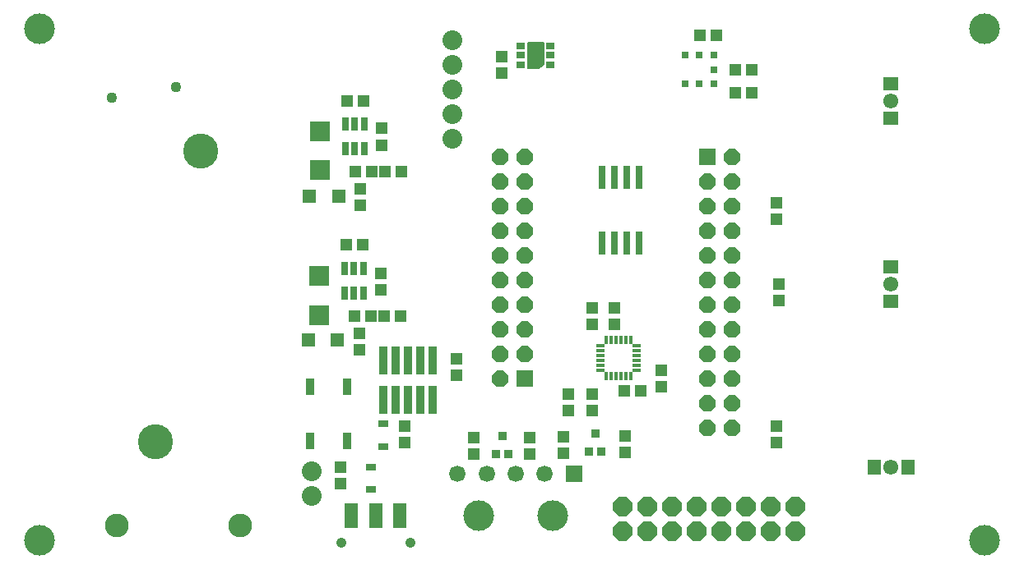
<source format=gts>
G75*
%MOIN*%
%OFA0B0*%
%FSLAX25Y25*%
%IPPOS*%
%LPD*%
%AMOC8*
5,1,8,0,0,1.08239X$1,22.5*
%
%ADD10C,0.12411*%
%ADD11C,0.09655*%
%ADD12C,0.14200*%
%ADD13R,0.04537X0.04931*%
%ADD14R,0.04931X0.04537*%
%ADD15R,0.03868X0.03080*%
%ADD16R,0.06600X0.06600*%
%ADD17OC8,0.06600*%
%ADD18R,0.03600X0.06600*%
%ADD19R,0.03500X0.11600*%
%ADD20R,0.02962X0.02569*%
%ADD21R,0.02569X0.02962*%
%ADD22R,0.03750X0.02569*%
%ADD23R,0.01387X0.01387*%
%ADD24C,0.00500*%
%ADD25R,0.03356X0.01742*%
%ADD26R,0.01742X0.03356*%
%ADD27R,0.06624X0.06624*%
%ADD28C,0.06624*%
%ADD29R,0.06112X0.05324*%
%ADD30C,0.06112*%
%ADD31R,0.08474X0.08474*%
%ADD32R,0.02765X0.05324*%
%ADD33R,0.05718X0.05718*%
%ADD34R,0.05324X0.06112*%
%ADD35R,0.03000X0.09300*%
%ADD36R,0.05324X0.10443*%
%ADD37C,0.04143*%
%ADD38C,0.08000*%
%ADD39OC8,0.08000*%
%ADD40R,0.03356X0.03356*%
%ADD41C,0.04362*%
D10*
X0010000Y0022900D03*
X0187743Y0033000D03*
X0218057Y0033000D03*
X0393000Y0022900D03*
X0393000Y0230400D03*
X0010000Y0230400D03*
D11*
X0041100Y0028900D03*
X0091100Y0028900D03*
D12*
X0056850Y0062900D03*
X0075350Y0180900D03*
D13*
X0139900Y0165446D03*
X0139900Y0158754D03*
X0148500Y0183354D03*
X0148500Y0190046D03*
X0197100Y0212654D03*
X0197100Y0219346D03*
X0308500Y0159746D03*
X0308500Y0153054D03*
X0309500Y0126746D03*
X0309500Y0120054D03*
X0262000Y0091746D03*
X0262000Y0085054D03*
X0233900Y0082346D03*
X0224200Y0082246D03*
X0224200Y0075554D03*
X0233900Y0075654D03*
X0247100Y0065346D03*
X0247100Y0058654D03*
X0222100Y0058054D03*
X0222100Y0064746D03*
X0208700Y0064546D03*
X0208700Y0057854D03*
X0185900Y0057854D03*
X0185900Y0064546D03*
X0157800Y0062454D03*
X0157800Y0069146D03*
X0131900Y0052546D03*
X0131900Y0045854D03*
X0179000Y0089754D03*
X0179000Y0096446D03*
X0139549Y0100096D03*
X0139549Y0106789D03*
X0148200Y0124654D03*
X0148200Y0131346D03*
X0234000Y0117246D03*
X0243000Y0117246D03*
X0243000Y0110554D03*
X0234000Y0110554D03*
X0308500Y0069246D03*
X0308500Y0062554D03*
D14*
X0253546Y0083400D03*
X0246854Y0083400D03*
X0156157Y0113810D03*
X0149465Y0113810D03*
X0144246Y0113800D03*
X0137554Y0113800D03*
X0140846Y0142700D03*
X0134154Y0142700D03*
X0137854Y0172500D03*
X0144546Y0172500D03*
X0149865Y0172510D03*
X0156557Y0172510D03*
X0141146Y0201200D03*
X0134454Y0201200D03*
X0277654Y0228000D03*
X0284346Y0228000D03*
X0291954Y0213800D03*
X0298646Y0213800D03*
X0298546Y0204400D03*
X0291854Y0204400D03*
D15*
X0149100Y0070028D03*
X0149100Y0060972D03*
X0144300Y0052428D03*
X0144300Y0043372D03*
D16*
X0206500Y0088400D03*
X0280500Y0178400D03*
D17*
X0290500Y0178400D03*
X0290500Y0168400D03*
X0280500Y0168400D03*
X0280500Y0158400D03*
X0290500Y0158400D03*
X0290500Y0148400D03*
X0280500Y0148400D03*
X0280500Y0138400D03*
X0290500Y0138400D03*
X0290500Y0128400D03*
X0280500Y0128400D03*
X0280500Y0118400D03*
X0290500Y0118400D03*
X0290500Y0108400D03*
X0280500Y0108400D03*
X0280500Y0098400D03*
X0290500Y0098400D03*
X0290500Y0088400D03*
X0280500Y0088400D03*
X0280500Y0078400D03*
X0290500Y0078400D03*
X0290500Y0068400D03*
X0280500Y0068400D03*
X0206500Y0098400D03*
X0196500Y0098400D03*
X0196500Y0088400D03*
X0196500Y0108400D03*
X0206500Y0108400D03*
X0206500Y0118400D03*
X0196500Y0118400D03*
X0196500Y0128400D03*
X0206500Y0128400D03*
X0206500Y0138400D03*
X0196500Y0138400D03*
X0196500Y0148400D03*
X0206500Y0148400D03*
X0206500Y0158400D03*
X0196500Y0158400D03*
X0196500Y0168400D03*
X0206500Y0168400D03*
X0206500Y0178400D03*
X0196500Y0178400D03*
D18*
X0134500Y0085100D03*
X0119500Y0085100D03*
X0119500Y0063100D03*
X0134500Y0063100D03*
D19*
X0149400Y0080000D03*
X0154400Y0080000D03*
X0159400Y0080000D03*
X0164400Y0080000D03*
X0169400Y0080000D03*
X0169400Y0096000D03*
X0164400Y0096000D03*
X0159400Y0096000D03*
X0154400Y0096000D03*
X0149400Y0096000D03*
D20*
X0271494Y0208291D03*
X0277400Y0208291D03*
X0283306Y0208291D03*
X0283306Y0219709D03*
X0277400Y0219709D03*
X0271494Y0219709D03*
D21*
X0283306Y0214000D03*
D22*
X0216806Y0215763D03*
X0216806Y0219700D03*
X0216806Y0223637D03*
X0204994Y0223637D03*
X0204994Y0219700D03*
X0204994Y0215763D03*
D23*
X0210900Y0219700D03*
D24*
X0207849Y0219787D02*
X0214148Y0219787D01*
X0214148Y0220285D02*
X0207849Y0220285D01*
X0207849Y0220784D02*
X0214148Y0220784D01*
X0214148Y0221282D02*
X0207849Y0221282D01*
X0207849Y0221781D02*
X0214148Y0221781D01*
X0214148Y0222279D02*
X0207849Y0222279D01*
X0207849Y0222778D02*
X0214148Y0222778D01*
X0214148Y0223276D02*
X0207849Y0223276D01*
X0207849Y0223775D02*
X0214148Y0223775D01*
X0214148Y0224273D02*
X0207849Y0224273D01*
X0207849Y0224772D02*
X0214148Y0224772D01*
X0214148Y0224917D02*
X0207849Y0224917D01*
X0207849Y0214582D01*
X0212376Y0214582D01*
X0214148Y0216354D01*
X0214148Y0224917D01*
X0214148Y0219288D02*
X0207849Y0219288D01*
X0207849Y0218790D02*
X0214148Y0218790D01*
X0214148Y0218291D02*
X0207849Y0218291D01*
X0207849Y0217793D02*
X0214148Y0217793D01*
X0214148Y0217294D02*
X0207849Y0217294D01*
X0207849Y0216796D02*
X0214148Y0216796D01*
X0214092Y0216297D02*
X0207849Y0216297D01*
X0207849Y0215799D02*
X0213593Y0215799D01*
X0213095Y0215300D02*
X0207849Y0215300D01*
X0207849Y0214802D02*
X0212596Y0214802D01*
D25*
X0237118Y0101821D03*
X0237118Y0099853D03*
X0237118Y0097884D03*
X0237118Y0095916D03*
X0237118Y0093947D03*
X0237118Y0091979D03*
X0251882Y0091979D03*
X0251882Y0093947D03*
X0251882Y0095916D03*
X0251882Y0097884D03*
X0251882Y0099853D03*
X0251882Y0101821D03*
D26*
X0249421Y0104282D03*
X0247453Y0104282D03*
X0245484Y0104282D03*
X0243516Y0104282D03*
X0241547Y0104282D03*
X0239579Y0104282D03*
X0239579Y0089518D03*
X0241547Y0089518D03*
X0243516Y0089518D03*
X0245484Y0089518D03*
X0247453Y0089518D03*
X0249421Y0089518D03*
D27*
X0226522Y0050008D03*
D28*
X0214711Y0050008D03*
X0202900Y0050008D03*
X0191089Y0050008D03*
X0179278Y0050008D03*
D29*
X0355000Y0119994D03*
X0355000Y0133806D03*
X0355000Y0194244D03*
X0355000Y0208056D03*
D30*
X0355000Y0201150D03*
X0355000Y0126900D03*
X0355000Y0052650D03*
D31*
X0123179Y0114355D03*
X0123179Y0130103D03*
X0123479Y0173055D03*
X0123479Y0188803D03*
D32*
X0133959Y0191970D03*
X0137699Y0191970D03*
X0141439Y0191970D03*
X0141439Y0181733D03*
X0137699Y0181733D03*
X0133959Y0181733D03*
X0133659Y0133270D03*
X0137399Y0133270D03*
X0141139Y0133270D03*
X0141139Y0123033D03*
X0137399Y0123033D03*
X0133659Y0123033D03*
D33*
X0130554Y0104239D03*
X0118743Y0104239D03*
X0119343Y0162639D03*
X0131154Y0162639D03*
D34*
X0348094Y0052650D03*
X0361906Y0052650D03*
D35*
X0252900Y0143600D03*
X0247900Y0143600D03*
X0242900Y0143600D03*
X0237900Y0143600D03*
X0237900Y0170100D03*
X0242900Y0170100D03*
X0247900Y0170100D03*
X0252900Y0170100D03*
D36*
X0156043Y0032727D03*
X0146200Y0032727D03*
X0136357Y0032727D03*
D37*
X0132224Y0021900D03*
X0160176Y0021900D03*
D38*
X0120400Y0041000D03*
X0120400Y0051000D03*
X0177200Y0186000D03*
X0177200Y0196000D03*
X0177200Y0206000D03*
X0177200Y0216000D03*
X0177200Y0226000D03*
D39*
X0246100Y0036600D03*
X0256100Y0036600D03*
X0266100Y0036600D03*
X0276100Y0036600D03*
X0286100Y0036600D03*
X0296100Y0036600D03*
X0306100Y0036600D03*
X0316100Y0036600D03*
X0316100Y0026600D03*
X0306100Y0026600D03*
X0296100Y0026600D03*
X0286100Y0026600D03*
X0276100Y0026600D03*
X0266100Y0026600D03*
X0256100Y0026600D03*
X0246100Y0026600D03*
D40*
X0237659Y0058758D03*
X0232541Y0058758D03*
X0235100Y0066042D03*
X0200059Y0057758D03*
X0194941Y0057758D03*
X0197500Y0065042D03*
D41*
X0039300Y0202600D03*
X0065400Y0206700D03*
M02*

</source>
